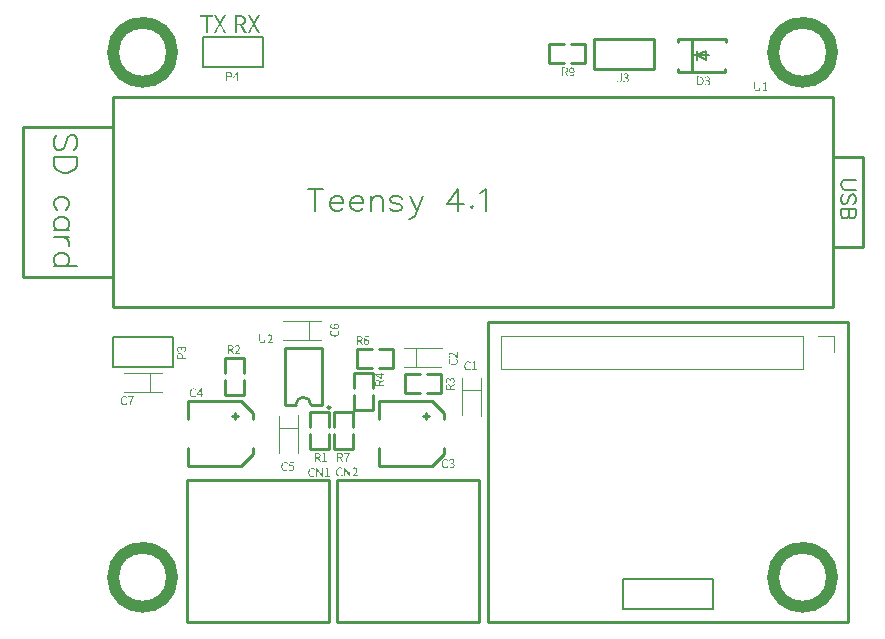
<source format=gto>
G04 Layer: TopSilkLayer*
G04 EasyEDA v6.4.19.5, 2021-06-08T16:18:50+02:00*
G04 4e34ef463dd44b9695d7138247dbe7fd,563db0ff5b334ec4995e7372edb549dc,10*
G04 Gerber Generator version 0.2*
G04 Scale: 100 percent, Rotated: No, Reflected: No *
G04 Dimensions in millimeters *
G04 leading zeros omitted , absolute positions ,4 integer and 5 decimal *
%FSLAX45Y45*%
%MOMM*%

%ADD10C,0.2540*%
%ADD30C,0.2032*%
%ADD31C,0.2030*%
%ADD32C,0.0800*%
%ADD33C,0.1270*%
%ADD34C,0.1200*%
%ADD35C,1.0000*%

%LPD*%
G36*
X4066540Y13267944D02*
G01*
X4107179Y13195807D01*
X4063746Y13119100D01*
X4081272Y13119100D01*
X4103878Y13160501D01*
X4116070Y13184632D01*
X4116832Y13184632D01*
X4129786Y13160501D01*
X4152646Y13119100D01*
X4171187Y13119100D01*
X4127500Y13195046D01*
X4168140Y13267944D01*
X4150868Y13267944D01*
X4126992Y13223392D01*
X4119118Y13206984D01*
X4118101Y13206984D01*
X4111853Y13218413D01*
X4106164Y13228319D01*
X4085082Y13267944D01*
G37*
G36*
X3954272Y13267944D02*
G01*
X3954272Y13254228D01*
X3997198Y13254228D01*
X4005630Y13253872D01*
X4013047Y13252754D01*
X4019448Y13250824D01*
X4024680Y13248030D01*
X4028846Y13244220D01*
X4031843Y13239445D01*
X4033672Y13233552D01*
X4034282Y13226542D01*
X4033672Y13219582D01*
X4031843Y13213588D01*
X4028846Y13208507D01*
X4024680Y13204393D01*
X4019448Y13201192D01*
X4013047Y13198906D01*
X4005630Y13197535D01*
X3997198Y13197078D01*
X3971036Y13197078D01*
X3971036Y13254228D01*
X3954272Y13254228D01*
X3954272Y13119100D01*
X3971036Y13119100D01*
X3971036Y13183362D01*
X3998976Y13183362D01*
X4036060Y13119100D01*
X4055110Y13119100D01*
X4016756Y13184886D01*
X4021836Y13186257D01*
X4026560Y13188035D01*
X4030929Y13190169D01*
X4034993Y13192658D01*
X4038600Y13195503D01*
X4041851Y13198754D01*
X4044645Y13202412D01*
X4046982Y13206425D01*
X4048810Y13210844D01*
X4050182Y13215670D01*
X4050995Y13220903D01*
X4051300Y13226542D01*
X4050842Y13233755D01*
X4049572Y13240207D01*
X4047490Y13245846D01*
X4044645Y13250824D01*
X4041089Y13255091D01*
X4036872Y13258647D01*
X4031996Y13261644D01*
X4026560Y13263981D01*
X4020565Y13265759D01*
X4014063Y13266978D01*
X4007104Y13267690D01*
X3999737Y13267944D01*
G37*
G36*
X3780028Y13267944D02*
G01*
X3820922Y13195807D01*
X3777487Y13119100D01*
X3795014Y13119100D01*
X3817620Y13160501D01*
X3829812Y13184632D01*
X3830574Y13184632D01*
X3843528Y13160501D01*
X3866387Y13119100D01*
X3884676Y13119100D01*
X3840987Y13195046D01*
X3881882Y13267944D01*
X3864356Y13267944D01*
X3840734Y13223392D01*
X3832860Y13206984D01*
X3831844Y13206984D01*
X3825595Y13218413D01*
X3819906Y13228319D01*
X3798824Y13267944D01*
G37*
G36*
X3664204Y13267944D02*
G01*
X3664204Y13253719D01*
X3709415Y13253719D01*
X3709415Y13119100D01*
X3726434Y13119100D01*
X3726434Y13253719D01*
X3771900Y13253719D01*
X3771900Y13267944D01*
G37*
G36*
X3970528Y12787122D02*
G01*
X3939860Y12740132D01*
X3947922Y12740132D01*
X3965956Y12766548D01*
X3971798Y12777470D01*
X3972306Y12777470D01*
X3971544Y12764262D01*
X3971544Y12740132D01*
X3939860Y12740132D01*
X3939032Y12738862D01*
X3939032Y12733528D01*
X3971544Y12733528D01*
X3971544Y12712700D01*
X3979418Y12712700D01*
X3979418Y12733528D01*
X3989578Y12733528D01*
X3989578Y12740132D01*
X3979418Y12740132D01*
X3979418Y12787122D01*
G37*
G36*
X3883914Y12787122D02*
G01*
X3883914Y12780264D01*
X3903218Y12780264D01*
X3912209Y12779552D01*
X3918661Y12777063D01*
X3922522Y12772542D01*
X3923792Y12765532D01*
X3922572Y12758369D01*
X3918813Y12753492D01*
X3912565Y12750647D01*
X3903726Y12749784D01*
X3892296Y12749784D01*
X3892296Y12780264D01*
X3883914Y12780264D01*
X3883914Y12712700D01*
X3892296Y12712700D01*
X3892296Y12742672D01*
X3904996Y12742672D01*
X3910837Y12743027D01*
X3916121Y12744043D01*
X3920744Y12745821D01*
X3924655Y12748310D01*
X3927856Y12751511D01*
X3930192Y12755422D01*
X3931665Y12760096D01*
X3932174Y12765532D01*
X3931665Y12771069D01*
X3930192Y12775641D01*
X3927856Y12779400D01*
X3924604Y12782346D01*
X3920591Y12784531D01*
X3915867Y12786004D01*
X3910482Y12786868D01*
X3904487Y12787122D01*
G37*
G36*
X5792978Y9511792D02*
G01*
X5787034Y9511131D01*
X5781649Y9509302D01*
X5776772Y9506559D01*
X5772404Y9503156D01*
X5776976Y9497568D01*
X5780379Y9500565D01*
X5784189Y9502902D01*
X5788304Y9504476D01*
X5792724Y9505188D01*
X5798159Y9504172D01*
X5802223Y9501632D01*
X5804814Y9497771D01*
X5805678Y9492742D01*
X5804611Y9486900D01*
X5801055Y9482226D01*
X5794654Y9479127D01*
X5784850Y9478010D01*
X5784850Y9471660D01*
X5795822Y9470542D01*
X5803138Y9467342D01*
X5807202Y9462465D01*
X5808472Y9456166D01*
X5807303Y9450171D01*
X5804052Y9445599D01*
X5799023Y9442704D01*
X5792724Y9441688D01*
X5786780Y9442399D01*
X5781802Y9444278D01*
X5777585Y9447022D01*
X5773928Y9450324D01*
X5769864Y9444990D01*
X5773826Y9441129D01*
X5778957Y9437928D01*
X5785408Y9435642D01*
X5793232Y9434830D01*
X5798007Y9435185D01*
X5802477Y9436252D01*
X5806440Y9438030D01*
X5809894Y9440418D01*
X5812688Y9443415D01*
X5814822Y9447022D01*
X5816142Y9451238D01*
X5816600Y9455912D01*
X5815330Y9462871D01*
X5811977Y9468459D01*
X5806948Y9472574D01*
X5800852Y9474962D01*
X5800852Y9475216D01*
X5806236Y9478060D01*
X5810402Y9481972D01*
X5813094Y9487103D01*
X5814060Y9493504D01*
X5812485Y9501276D01*
X5808065Y9507016D01*
X5801410Y9510572D01*
G37*
G36*
X5740908Y9511792D02*
G01*
X5734100Y9511131D01*
X5727903Y9509099D01*
X5722366Y9505848D01*
X5717590Y9501428D01*
X5713730Y9495891D01*
X5710834Y9489287D01*
X5709005Y9481718D01*
X5708396Y9473184D01*
X5709005Y9464700D01*
X5710783Y9457131D01*
X5713628Y9450578D01*
X5717438Y9445040D01*
X5722112Y9440672D01*
X5727598Y9437471D01*
X5733694Y9435490D01*
X5740400Y9434830D01*
X5747207Y9435541D01*
X5753150Y9437573D01*
X5758383Y9440926D01*
X5763006Y9445498D01*
X5758180Y9450832D01*
X5754420Y9447123D01*
X5750356Y9444431D01*
X5745835Y9442754D01*
X5740654Y9442196D01*
X5735472Y9442754D01*
X5730849Y9444380D01*
X5726836Y9447072D01*
X5723432Y9450679D01*
X5720689Y9455200D01*
X5718708Y9460534D01*
X5717438Y9466630D01*
X5717032Y9473438D01*
X5717489Y9480245D01*
X5718708Y9486341D01*
X5720791Y9491624D01*
X5723534Y9496094D01*
X5726988Y9499650D01*
X5731052Y9502241D01*
X5735726Y9503867D01*
X5740908Y9504426D01*
X5745581Y9503918D01*
X5749696Y9502495D01*
X5753303Y9500260D01*
X5756402Y9497314D01*
X5761228Y9502648D01*
X5757519Y9506102D01*
X5752896Y9509048D01*
X5747308Y9511030D01*
G37*
G36*
X3607308Y10108692D02*
G01*
X3600500Y10108031D01*
X3594303Y10105999D01*
X3588765Y10102748D01*
X3583990Y10098328D01*
X3580129Y10092791D01*
X3577234Y10086187D01*
X3575405Y10078618D01*
X3574796Y10070084D01*
X3575405Y10061600D01*
X3577183Y10054031D01*
X3580028Y10047478D01*
X3583838Y10041940D01*
X3588512Y10037572D01*
X3593998Y10034371D01*
X3600094Y10032390D01*
X3606800Y10031730D01*
X3613607Y10032441D01*
X3619550Y10034473D01*
X3624783Y10037826D01*
X3629406Y10042398D01*
X3624579Y10047732D01*
X3620820Y10044023D01*
X3616756Y10041331D01*
X3612235Y10039654D01*
X3607054Y10039096D01*
X3601872Y10039654D01*
X3597249Y10041280D01*
X3593236Y10043972D01*
X3589832Y10047579D01*
X3587089Y10052100D01*
X3585108Y10057434D01*
X3583838Y10063530D01*
X3583432Y10070338D01*
X3583889Y10077145D01*
X3585108Y10083241D01*
X3587191Y10088524D01*
X3589934Y10092994D01*
X3593388Y10096550D01*
X3597452Y10099141D01*
X3602126Y10100767D01*
X3607308Y10101326D01*
X3611981Y10100818D01*
X3616096Y10099395D01*
X3619703Y10097160D01*
X3622801Y10094214D01*
X3627628Y10099548D01*
X3623919Y10103002D01*
X3619296Y10105948D01*
X3613708Y10107930D01*
G37*
G36*
X3666744Y10107422D02*
G01*
X3635829Y10060432D01*
X3643884Y10060432D01*
X3661918Y10086848D01*
X3667760Y10097770D01*
X3668268Y10097770D01*
X3667760Y10084562D01*
X3667760Y10060432D01*
X3635829Y10060432D01*
X3634994Y10059162D01*
X3634994Y10053828D01*
X3667760Y10053828D01*
X3667760Y10033000D01*
X3675379Y10033000D01*
X3675379Y10053828D01*
X3685540Y10053828D01*
X3685540Y10060432D01*
X3675379Y10060432D01*
X3675379Y10107422D01*
G37*
G36*
X4610608Y9435592D02*
G01*
X4603800Y9434931D01*
X4597603Y9432899D01*
X4592066Y9429648D01*
X4587290Y9425228D01*
X4583430Y9419691D01*
X4580534Y9413087D01*
X4578705Y9405518D01*
X4578096Y9396984D01*
X4578705Y9388500D01*
X4580483Y9380931D01*
X4583328Y9374378D01*
X4587138Y9368840D01*
X4591812Y9364472D01*
X4597298Y9361271D01*
X4603394Y9359290D01*
X4610100Y9358630D01*
X4616907Y9359341D01*
X4622850Y9361373D01*
X4628083Y9364726D01*
X4632706Y9369298D01*
X4627880Y9374632D01*
X4624120Y9370923D01*
X4620056Y9368231D01*
X4615535Y9366554D01*
X4610354Y9365996D01*
X4605172Y9366554D01*
X4600549Y9368180D01*
X4596536Y9370872D01*
X4593132Y9374479D01*
X4590389Y9379000D01*
X4588408Y9384334D01*
X4587138Y9390430D01*
X4586732Y9397238D01*
X4587189Y9404045D01*
X4588408Y9410141D01*
X4590491Y9415424D01*
X4593234Y9419894D01*
X4596688Y9423450D01*
X4600752Y9426041D01*
X4605426Y9427667D01*
X4610608Y9428226D01*
X4615281Y9427718D01*
X4619396Y9426295D01*
X4623003Y9424060D01*
X4626102Y9421114D01*
X4630928Y9426448D01*
X4627219Y9429902D01*
X4622596Y9432848D01*
X4617008Y9434830D01*
G37*
G36*
X4737100Y9434322D02*
G01*
X4733950Y9432696D01*
X4730445Y9431324D01*
X4726432Y9430156D01*
X4721860Y9429242D01*
X4721860Y9423908D01*
X4735068Y9423908D01*
X4735068Y9366758D01*
X4718304Y9366758D01*
X4718304Y9359900D01*
X4758436Y9359900D01*
X4758436Y9366758D01*
X4743196Y9366758D01*
X4743196Y9434322D01*
G37*
G36*
X4646676Y9434322D02*
G01*
X4646676Y9359900D01*
X4654804Y9359900D01*
X4654702Y9406382D01*
X4653788Y9423400D01*
X4654296Y9423400D01*
X4662424Y9408160D01*
X4690364Y9359900D01*
X4699000Y9359900D01*
X4699000Y9434322D01*
X4690872Y9434322D01*
X4690872Y9393936D01*
X4691329Y9382302D01*
X4692142Y9370822D01*
X4691634Y9370822D01*
X4683506Y9386062D01*
X4655312Y9434322D01*
G37*
G36*
X4971288Y9439402D02*
G01*
X4964887Y9438640D01*
X4959248Y9436404D01*
X4954270Y9432950D01*
X4949698Y9428480D01*
X4954524Y9423908D01*
X4957978Y9427311D01*
X4961737Y9430156D01*
X4965852Y9432086D01*
X4970272Y9432798D01*
X4976571Y9431629D01*
X4981041Y9428378D01*
X4983632Y9423450D01*
X4984496Y9417304D01*
X4983988Y9412325D01*
X4982464Y9407144D01*
X4979873Y9401708D01*
X4976215Y9395917D01*
X4971440Y9389770D01*
X4965547Y9383217D01*
X4958486Y9376257D01*
X4950206Y9368790D01*
X4950206Y9363710D01*
X4996180Y9363710D01*
X4996180Y9370822D01*
X4971897Y9370771D01*
X4962652Y9370314D01*
X4969205Y9376613D01*
X4975047Y9382760D01*
X4980178Y9388805D01*
X4984496Y9394698D01*
X4987950Y9400489D01*
X4990541Y9406229D01*
X4992116Y9411919D01*
X4992624Y9417558D01*
X4992268Y9422282D01*
X4991150Y9426549D01*
X4989372Y9430258D01*
X4986934Y9433458D01*
X4983835Y9435947D01*
X4980228Y9437827D01*
X4976012Y9438995D01*
G37*
G36*
X4846828Y9439402D02*
G01*
X4840071Y9438741D01*
X4833823Y9436709D01*
X4828286Y9433458D01*
X4823561Y9429038D01*
X4819650Y9423501D01*
X4816754Y9416897D01*
X4814976Y9409328D01*
X4814316Y9400794D01*
X4814925Y9392310D01*
X4816703Y9384741D01*
X4819548Y9378188D01*
X4823358Y9372650D01*
X4828082Y9368282D01*
X4833518Y9365081D01*
X4839614Y9363100D01*
X4846320Y9362440D01*
X4853127Y9363151D01*
X4859070Y9365183D01*
X4864303Y9368536D01*
X4868926Y9373108D01*
X4864100Y9378442D01*
X4860391Y9374733D01*
X4856276Y9372041D01*
X4851755Y9370364D01*
X4846574Y9369806D01*
X4841392Y9370364D01*
X4836769Y9371990D01*
X4832756Y9374682D01*
X4829352Y9378289D01*
X4826609Y9382810D01*
X4824628Y9388144D01*
X4823409Y9394240D01*
X4822952Y9401048D01*
X4823409Y9407855D01*
X4824679Y9413951D01*
X4826711Y9419234D01*
X4829454Y9423704D01*
X4832908Y9427260D01*
X4837023Y9429851D01*
X4841646Y9431477D01*
X4846828Y9432036D01*
X4851501Y9431528D01*
X4855616Y9430105D01*
X4859223Y9427870D01*
X4862322Y9424924D01*
X4867148Y9430258D01*
X4863439Y9433712D01*
X4858816Y9436658D01*
X4853279Y9438640D01*
G37*
G36*
X4882896Y9438132D02*
G01*
X4882896Y9363710D01*
X4891024Y9363710D01*
X4890922Y9410192D01*
X4890008Y9427210D01*
X4890516Y9427210D01*
X4898644Y9411970D01*
X4926584Y9363710D01*
X4935220Y9363710D01*
X4935220Y9438132D01*
X4927092Y9438132D01*
X4927092Y9397746D01*
X4927549Y9386112D01*
X4928362Y9374632D01*
X4927854Y9374632D01*
X4919726Y9389872D01*
X4891532Y9438132D01*
G37*
G36*
X3023108Y10045192D02*
G01*
X3016300Y10044531D01*
X3010103Y10042499D01*
X3004566Y10039248D01*
X2999790Y10034828D01*
X2995930Y10029291D01*
X2993034Y10022687D01*
X2991205Y10015118D01*
X2990596Y10006584D01*
X2991205Y9998100D01*
X2992983Y9990531D01*
X2995828Y9983978D01*
X2999638Y9978440D01*
X3004312Y9974072D01*
X3009798Y9970871D01*
X3015894Y9968890D01*
X3022600Y9968230D01*
X3029407Y9968941D01*
X3035350Y9970973D01*
X3040583Y9974326D01*
X3045206Y9978898D01*
X3040380Y9984232D01*
X3036620Y9980523D01*
X3032556Y9977831D01*
X3028035Y9976154D01*
X3022854Y9975596D01*
X3017672Y9976154D01*
X3013049Y9977780D01*
X3009036Y9980472D01*
X3005632Y9984079D01*
X3002889Y9988600D01*
X3000908Y9993934D01*
X2999638Y10000030D01*
X2999232Y10006838D01*
X2999689Y10013645D01*
X3000908Y10019741D01*
X3002991Y10025024D01*
X3005734Y10029494D01*
X3009188Y10033050D01*
X3013252Y10035641D01*
X3017926Y10037267D01*
X3023108Y10037826D01*
X3027781Y10037318D01*
X3031896Y10035895D01*
X3035503Y10033660D01*
X3038602Y10030714D01*
X3043428Y10036048D01*
X3039719Y10039502D01*
X3035096Y10042448D01*
X3029508Y10044430D01*
G37*
G36*
X3053842Y10043922D02*
G01*
X3053842Y10036810D01*
X3090418Y10036810D01*
X3086912Y10031780D01*
X3083814Y10026751D01*
X3081070Y10021773D01*
X3078632Y10016693D01*
X3076549Y10011562D01*
X3074720Y10006279D01*
X3071977Y9995204D01*
X3070961Y9989261D01*
X3069691Y9976459D01*
X3069336Y9969500D01*
X3077972Y9969500D01*
X3078734Y9983114D01*
X3079343Y9989362D01*
X3081274Y10001046D01*
X3082696Y10006533D01*
X3084474Y10011918D01*
X3086608Y10017252D01*
X3089148Y10022535D01*
X3092196Y10027869D01*
X3095701Y10033304D01*
X3099816Y10038842D01*
X3099816Y10043922D01*
G37*
G36*
X7957058Y12750292D02*
G01*
X7950962Y12749631D01*
X7945628Y12747802D01*
X7940852Y12745059D01*
X7936484Y12741656D01*
X7941056Y12736068D01*
X7944358Y12739065D01*
X7948168Y12741402D01*
X7952333Y12742976D01*
X7956803Y12743688D01*
X7962138Y12742672D01*
X7966252Y12740132D01*
X7968843Y12736271D01*
X7969758Y12731242D01*
X7968691Y12725400D01*
X7965135Y12720726D01*
X7958632Y12717627D01*
X7948675Y12716510D01*
X7948675Y12710160D01*
X7959648Y12709042D01*
X7966964Y12705842D01*
X7971028Y12700965D01*
X7972298Y12694666D01*
X7971180Y12688671D01*
X7967980Y12684099D01*
X7963103Y12681204D01*
X7956803Y12680188D01*
X7950708Y12680899D01*
X7945678Y12682778D01*
X7941513Y12685522D01*
X7938008Y12688824D01*
X7933690Y12683490D01*
X7937753Y12679629D01*
X7942935Y12676428D01*
X7949387Y12674142D01*
X7957312Y12673330D01*
X7962036Y12673685D01*
X7966405Y12674752D01*
X7970418Y12676530D01*
X7973872Y12678918D01*
X7976717Y12681915D01*
X7978851Y12685522D01*
X7980222Y12689738D01*
X7980680Y12694412D01*
X7979409Y12701371D01*
X7976057Y12706959D01*
X7971028Y12711074D01*
X7964931Y12713462D01*
X7964931Y12713716D01*
X7970316Y12716560D01*
X7974482Y12720472D01*
X7977174Y12725603D01*
X7978140Y12732004D01*
X7976565Y12739776D01*
X7972145Y12745516D01*
X7965490Y12749072D01*
G37*
G36*
X7871714Y12749022D02*
G01*
X7871714Y12742164D01*
X7889240Y12742164D01*
X7895590Y12741656D01*
X7901076Y12740132D01*
X7905699Y12737642D01*
X7909458Y12734239D01*
X7912404Y12729921D01*
X7914487Y12724790D01*
X7915757Y12718897D01*
X7916164Y12712192D01*
X7915757Y12705384D01*
X7914487Y12699339D01*
X7912404Y12694107D01*
X7909458Y12689687D01*
X7905699Y12686182D01*
X7901076Y12683591D01*
X7895590Y12682016D01*
X7889240Y12681458D01*
X7880096Y12681458D01*
X7880096Y12742164D01*
X7871714Y12742164D01*
X7871714Y12674600D01*
X7890256Y12674600D01*
X7895691Y12674904D01*
X7900670Y12675768D01*
X7905191Y12677190D01*
X7909255Y12679172D01*
X7912862Y12681661D01*
X7916011Y12684658D01*
X7918653Y12688112D01*
X7920888Y12692075D01*
X7922564Y12696444D01*
X7923834Y12701270D01*
X7924546Y12706553D01*
X7924800Y12712192D01*
X7924546Y12717830D01*
X7923834Y12723012D01*
X7922564Y12727787D01*
X7920837Y12732105D01*
X7918653Y12735966D01*
X7915960Y12739370D01*
X7912811Y12742265D01*
X7909204Y12744653D01*
X7905089Y12746532D01*
X7900517Y12747904D01*
X7895488Y12748768D01*
X7890002Y12749022D01*
G37*
G36*
X7268464Y12775692D02*
G01*
X7262368Y12775031D01*
X7256932Y12773202D01*
X7252157Y12770459D01*
X7247890Y12767056D01*
X7252462Y12761468D01*
X7255764Y12764465D01*
X7259421Y12766802D01*
X7263536Y12768376D01*
X7267956Y12769088D01*
X7273442Y12768072D01*
X7277608Y12765532D01*
X7280249Y12761671D01*
X7281164Y12756642D01*
X7280046Y12750800D01*
X7276439Y12746126D01*
X7269937Y12743027D01*
X7260081Y12741910D01*
X7260081Y12735560D01*
X7271054Y12734442D01*
X7278370Y12731242D01*
X7282434Y12726365D01*
X7283703Y12720066D01*
X7282535Y12714071D01*
X7279284Y12709499D01*
X7274356Y12706604D01*
X7268209Y12705588D01*
X7262114Y12706299D01*
X7257084Y12708178D01*
X7252919Y12710922D01*
X7249414Y12714224D01*
X7245096Y12708890D01*
X7249159Y12705029D01*
X7254341Y12701828D01*
X7260793Y12699542D01*
X7268718Y12698730D01*
X7273442Y12699085D01*
X7277811Y12700152D01*
X7281824Y12701930D01*
X7285278Y12704318D01*
X7288123Y12707315D01*
X7290257Y12710922D01*
X7291628Y12715138D01*
X7292086Y12719812D01*
X7290816Y12726771D01*
X7287412Y12732359D01*
X7282332Y12736474D01*
X7276084Y12738862D01*
X7276084Y12739116D01*
X7281621Y12741960D01*
X7285837Y12745872D01*
X7288580Y12751003D01*
X7289546Y12757404D01*
X7287971Y12765176D01*
X7283602Y12770916D01*
X7276896Y12774472D01*
G37*
G36*
X7223506Y12774422D02*
G01*
X7223506Y12722352D01*
X7222744Y12714884D01*
X7220458Y12709855D01*
X7216648Y12707010D01*
X7211314Y12706096D01*
X7207351Y12706553D01*
X7203846Y12707975D01*
X7200798Y12710617D01*
X7198106Y12714478D01*
X7192009Y12710160D01*
X7195667Y12705181D01*
X7200239Y12701574D01*
X7205675Y12699441D01*
X7212075Y12698730D01*
X7217003Y12699187D01*
X7221169Y12700508D01*
X7224572Y12702590D01*
X7227316Y12705384D01*
X7229348Y12708737D01*
X7230770Y12712547D01*
X7231634Y12716814D01*
X7231888Y12721336D01*
X7231888Y12774422D01*
G37*
G36*
X3523487Y10464038D02*
G01*
X3516528Y10462768D01*
X3510940Y10459415D01*
X3506825Y10454386D01*
X3504437Y10448290D01*
X3504184Y10448290D01*
X3501339Y10453674D01*
X3497427Y10457840D01*
X3492296Y10460532D01*
X3485896Y10461498D01*
X3478123Y10459923D01*
X3472383Y10455554D01*
X3468827Y10448848D01*
X3467608Y10440416D01*
X3468268Y10434320D01*
X3470097Y10428986D01*
X3472840Y10424210D01*
X3476244Y10419842D01*
X3481832Y10424414D01*
X3478834Y10427817D01*
X3476498Y10431627D01*
X3474923Y10435742D01*
X3474212Y10440162D01*
X3475228Y10445496D01*
X3477768Y10449610D01*
X3481628Y10452201D01*
X3486658Y10453116D01*
X3492500Y10452049D01*
X3497173Y10448493D01*
X3500272Y10442092D01*
X3501390Y10432288D01*
X3507740Y10432288D01*
X3508857Y10443210D01*
X3512058Y10450423D01*
X3516934Y10454436D01*
X3523234Y10455656D01*
X3529228Y10454538D01*
X3533800Y10451338D01*
X3536696Y10446461D01*
X3537712Y10440162D01*
X3537000Y10434066D01*
X3535121Y10429036D01*
X3532378Y10424871D01*
X3529076Y10421366D01*
X3534410Y10417048D01*
X3538270Y10421162D01*
X3541471Y10426395D01*
X3543757Y10432846D01*
X3544570Y10440670D01*
X3544214Y10445394D01*
X3543147Y10449763D01*
X3541369Y10453776D01*
X3538982Y10457230D01*
X3535984Y10460075D01*
X3532378Y10462209D01*
X3528161Y10463580D01*
G37*
G36*
X3490468Y10409174D02*
G01*
X3484930Y10408666D01*
X3480358Y10407192D01*
X3476599Y10404856D01*
X3473653Y10401604D01*
X3471468Y10397591D01*
X3469995Y10392867D01*
X3469132Y10387482D01*
X3468878Y10381488D01*
X3468878Y10369296D01*
X3475736Y10369296D01*
X3475736Y10380218D01*
X3476447Y10389209D01*
X3478936Y10395661D01*
X3483457Y10399522D01*
X3490468Y10400792D01*
X3497630Y10399572D01*
X3502507Y10395813D01*
X3505352Y10389565D01*
X3506215Y10380726D01*
X3506215Y10369296D01*
X3468878Y10369296D01*
X3468878Y10360914D01*
X3543300Y10360914D01*
X3543300Y10369296D01*
X3513328Y10369296D01*
X3513328Y10381996D01*
X3512972Y10387838D01*
X3511956Y10393121D01*
X3510178Y10397744D01*
X3507689Y10401655D01*
X3504488Y10404856D01*
X3500577Y10407192D01*
X3495903Y10408666D01*
G37*
G36*
X6807453Y12826492D02*
G01*
X6803288Y12826034D01*
X6799376Y12824764D01*
X6795820Y12822682D01*
X6792772Y12819888D01*
X6790181Y12816433D01*
X6788251Y12812369D01*
X6787032Y12807746D01*
X6786625Y12802616D01*
X6794500Y12802616D01*
X6795465Y12809626D01*
X6798208Y12815062D01*
X6802323Y12818618D01*
X6807453Y12819888D01*
X6814261Y12818313D01*
X6819341Y12813588D01*
X6822694Y12805968D01*
X6824218Y12795504D01*
X6820408Y12790932D01*
X6816293Y12787731D01*
X6812178Y12785953D01*
X6808216Y12785344D01*
X6802221Y12786563D01*
X6797954Y12790068D01*
X6795363Y12795504D01*
X6794500Y12802616D01*
X6786625Y12802616D01*
X6786981Y12797180D01*
X6788048Y12792405D01*
X6789775Y12788392D01*
X6792112Y12785140D01*
X6795058Y12782550D01*
X6798513Y12780721D01*
X6802475Y12779603D01*
X6806946Y12779248D01*
X6811670Y12779908D01*
X6816293Y12781737D01*
X6820611Y12784734D01*
X6824472Y12788646D01*
X6823811Y12780314D01*
X6822541Y12773406D01*
X6820662Y12767818D01*
X6818223Y12763449D01*
X6815429Y12760248D01*
X6812280Y12758013D01*
X6808825Y12756794D01*
X6805168Y12756388D01*
X6801612Y12756743D01*
X6798259Y12757861D01*
X6795262Y12759690D01*
X6792722Y12762230D01*
X6787896Y12756896D01*
X6791248Y12753898D01*
X6795211Y12751612D01*
X6799935Y12750088D01*
X6805422Y12749530D01*
X6810603Y12750088D01*
X6815480Y12751816D01*
X6820001Y12754762D01*
X6824014Y12759029D01*
X6827316Y12764770D01*
X6829907Y12772034D01*
X6831533Y12780873D01*
X6832092Y12791440D01*
X6831634Y12799669D01*
X6830263Y12806781D01*
X6828129Y12812776D01*
X6825183Y12817703D01*
X6821627Y12821564D01*
X6817410Y12824307D01*
X6812686Y12825933D01*
G37*
G36*
X6728714Y12825222D02*
G01*
X6728714Y12818364D01*
X6750050Y12818364D01*
X6757974Y12817652D01*
X6763816Y12815316D01*
X6767372Y12811099D01*
X6768592Y12804648D01*
X6767372Y12798044D01*
X6763816Y12793472D01*
X6757974Y12790779D01*
X6750050Y12789916D01*
X6737096Y12789916D01*
X6737096Y12818364D01*
X6728714Y12818364D01*
X6728714Y12750800D01*
X6737096Y12750800D01*
X6737096Y12782804D01*
X6751066Y12782804D01*
X6769608Y12750800D01*
X6779006Y12750800D01*
X6759956Y12783820D01*
X6767068Y12786410D01*
X6772503Y12790728D01*
X6776008Y12796774D01*
X6777228Y12804648D01*
X6776720Y12809931D01*
X6775297Y12814300D01*
X6773062Y12817856D01*
X6769963Y12820650D01*
X6766204Y12822732D01*
X6761784Y12824155D01*
X6756806Y12824968D01*
X6751320Y12825222D01*
G37*
G36*
X8444230Y12698222D02*
G01*
X8441182Y12696596D01*
X8437676Y12695224D01*
X8433714Y12694056D01*
X8429244Y12693142D01*
X8429244Y12687808D01*
X8442452Y12687808D01*
X8442452Y12630658D01*
X8425688Y12630658D01*
X8425688Y12623800D01*
X8465820Y12623800D01*
X8465820Y12630658D01*
X8450580Y12630658D01*
X8450580Y12698222D01*
G37*
G36*
X8354059Y12698222D02*
G01*
X8354059Y12654026D01*
X8354568Y12645898D01*
X8356092Y12639141D01*
X8358530Y12633655D01*
X8361730Y12629438D01*
X8365591Y12626289D01*
X8370011Y12624104D01*
X8374938Y12622936D01*
X8380222Y12622530D01*
X8385606Y12622936D01*
X8390585Y12624104D01*
X8395055Y12626289D01*
X8398967Y12629438D01*
X8402167Y12633655D01*
X8404606Y12639141D01*
X8406130Y12645898D01*
X8406638Y12654026D01*
X8406638Y12698222D01*
X8398510Y12698222D01*
X8398510Y12653772D01*
X8398154Y12647472D01*
X8397087Y12642342D01*
X8395411Y12638176D01*
X8393176Y12634976D01*
X8390483Y12632639D01*
X8387384Y12631064D01*
X8383930Y12630150D01*
X8380222Y12629896D01*
X8373262Y12631064D01*
X8367623Y12634976D01*
X8363813Y12642342D01*
X8362442Y12653772D01*
X8362442Y12698222D01*
G37*
G36*
X4714240Y9561322D02*
G01*
X4711090Y9559696D01*
X4707585Y9558324D01*
X4703572Y9557156D01*
X4699000Y9556242D01*
X4699000Y9550908D01*
X4712208Y9550908D01*
X4712208Y9493758D01*
X4695444Y9493758D01*
X4695444Y9486900D01*
X4735576Y9486900D01*
X4735576Y9493758D01*
X4720336Y9493758D01*
X4720336Y9561322D01*
G37*
G36*
X4633214Y9561322D02*
G01*
X4633214Y9554464D01*
X4654550Y9554464D01*
X4662474Y9553752D01*
X4668316Y9551416D01*
X4671872Y9547199D01*
X4673092Y9540748D01*
X4671872Y9534144D01*
X4668316Y9529572D01*
X4662474Y9526879D01*
X4654550Y9526016D01*
X4641596Y9526016D01*
X4641596Y9554464D01*
X4633214Y9554464D01*
X4633214Y9486900D01*
X4641596Y9486900D01*
X4641596Y9518904D01*
X4655566Y9518904D01*
X4674108Y9486900D01*
X4683506Y9486900D01*
X4664456Y9519920D01*
X4671568Y9522510D01*
X4677003Y9526828D01*
X4680508Y9532874D01*
X4681728Y9540748D01*
X4681220Y9546031D01*
X4679797Y9550400D01*
X4677562Y9553956D01*
X4674463Y9556750D01*
X4670704Y9558832D01*
X4666284Y9560255D01*
X4661306Y9561068D01*
X4655820Y9561322D01*
G37*
G36*
X5192268Y10238232D02*
G01*
X5192268Y10228072D01*
X5145278Y10228072D01*
X5145278Y10220706D01*
X5154930Y10220706D01*
X5168138Y10220198D01*
X5192268Y10220198D01*
X5192268Y10196322D01*
X5165852Y10214356D01*
X5154930Y10220198D01*
X5154930Y10220706D01*
X5145278Y10220706D01*
X5145278Y10219182D01*
X5193538Y10187432D01*
X5198872Y10187432D01*
X5198872Y10220198D01*
X5219700Y10220198D01*
X5219700Y10228072D01*
X5198872Y10228072D01*
X5198872Y10238232D01*
G37*
G36*
X5219700Y10182606D02*
G01*
X5186680Y10163556D01*
X5184089Y10170668D01*
X5179771Y10176103D01*
X5173726Y10179608D01*
X5165852Y10180828D01*
X5160568Y10180320D01*
X5156200Y10178897D01*
X5152644Y10176662D01*
X5149850Y10173614D01*
X5147767Y10169804D01*
X5146344Y10165384D01*
X5145532Y10160406D01*
X5145278Y10154920D01*
X5145278Y10140696D01*
X5152136Y10140696D01*
X5152136Y10153650D01*
X5152847Y10161574D01*
X5155184Y10167416D01*
X5159400Y10170972D01*
X5165852Y10172192D01*
X5172456Y10170972D01*
X5177028Y10167416D01*
X5179720Y10161574D01*
X5180584Y10153650D01*
X5180584Y10140696D01*
X5145278Y10140696D01*
X5145278Y10132314D01*
X5219700Y10132314D01*
X5219700Y10140696D01*
X5187696Y10140696D01*
X5187696Y10154666D01*
X5219700Y10173208D01*
G37*
G36*
X5075174Y10553192D02*
G01*
X5069941Y10552684D01*
X5064912Y10551007D01*
X5060340Y10548162D01*
X5056225Y10544048D01*
X5052822Y10538510D01*
X5050231Y10531551D01*
X5048605Y10523016D01*
X5047996Y10512806D01*
X5048283Y10507472D01*
X5055870Y10507472D01*
X5059781Y10512044D01*
X5063845Y10515092D01*
X5067858Y10516819D01*
X5071618Y10517378D01*
X5077764Y10516158D01*
X5082133Y10512704D01*
X5084724Y10507319D01*
X5085588Y10500360D01*
X5084572Y10493248D01*
X5081828Y10487710D01*
X5077663Y10484104D01*
X5072380Y10482834D01*
X5065877Y10484459D01*
X5060899Y10489234D01*
X5057495Y10496956D01*
X5055870Y10507472D01*
X5048283Y10507472D01*
X5048453Y10504322D01*
X5049824Y10496905D01*
X5051958Y10490606D01*
X5054854Y10485475D01*
X5058410Y10481462D01*
X5062575Y10478566D01*
X5067249Y10476788D01*
X5072380Y10476230D01*
X5076545Y10476687D01*
X5080508Y10477957D01*
X5084064Y10480040D01*
X5087213Y10482884D01*
X5089804Y10486339D01*
X5091785Y10490504D01*
X5093004Y10495178D01*
X5093462Y10500360D01*
X5093106Y10505744D01*
X5092039Y10510418D01*
X5090312Y10514380D01*
X5087924Y10517632D01*
X5084978Y10520172D01*
X5081473Y10522000D01*
X5077409Y10523118D01*
X5072888Y10523474D01*
X5068316Y10522864D01*
X5063794Y10521137D01*
X5059476Y10518343D01*
X5055616Y10514584D01*
X5056174Y10522712D01*
X5057444Y10529519D01*
X5059375Y10535005D01*
X5061813Y10539323D01*
X5064709Y10542524D01*
X5068011Y10544708D01*
X5071618Y10545927D01*
X5075428Y10546334D01*
X5078780Y10545927D01*
X5081981Y10544759D01*
X5084876Y10542879D01*
X5087366Y10540492D01*
X5092192Y10545826D01*
X5088839Y10548823D01*
X5084927Y10551109D01*
X5080355Y10552633D01*
G37*
G36*
X4988814Y10551922D02*
G01*
X4988814Y10545064D01*
X5010150Y10545064D01*
X5018074Y10544352D01*
X5023916Y10542016D01*
X5027472Y10537799D01*
X5028692Y10531348D01*
X5027472Y10524744D01*
X5023916Y10520172D01*
X5018074Y10517479D01*
X5010150Y10516616D01*
X4997196Y10516616D01*
X4997196Y10545064D01*
X4988814Y10545064D01*
X4988814Y10477500D01*
X4997196Y10477500D01*
X4997196Y10509504D01*
X5011166Y10509504D01*
X5029708Y10477500D01*
X5039106Y10477500D01*
X5020056Y10510520D01*
X5027168Y10513110D01*
X5032603Y10517428D01*
X5036108Y10523474D01*
X5037328Y10531348D01*
X5036820Y10536631D01*
X5035397Y10541000D01*
X5033162Y10544556D01*
X5030063Y10547350D01*
X5026304Y10549432D01*
X5021884Y10550855D01*
X5016906Y10551668D01*
X5011420Y10551922D01*
G37*
G36*
X4881880Y9561322D02*
G01*
X4881880Y9554210D01*
X4918456Y9554210D01*
X4914950Y9549180D01*
X4911852Y9544151D01*
X4909108Y9539173D01*
X4906721Y9534093D01*
X4904638Y9528962D01*
X4902860Y9523679D01*
X4900117Y9512604D01*
X4898339Y9500463D01*
X4897374Y9486900D01*
X4906010Y9486900D01*
X4906873Y9500514D01*
X4907483Y9506762D01*
X4908346Y9512706D01*
X4909464Y9518446D01*
X4910886Y9523933D01*
X4912614Y9529318D01*
X4914747Y9534652D01*
X4917338Y9539935D01*
X4920386Y9545269D01*
X4923942Y9550704D01*
X4928108Y9556242D01*
X4928108Y9561322D01*
G37*
G36*
X4823714Y9561322D02*
G01*
X4823714Y9554464D01*
X4845050Y9554464D01*
X4852974Y9553752D01*
X4858816Y9551416D01*
X4862372Y9547199D01*
X4863592Y9540748D01*
X4862372Y9534144D01*
X4858816Y9529572D01*
X4852974Y9526879D01*
X4845050Y9526016D01*
X4832096Y9526016D01*
X4832096Y9554464D01*
X4823714Y9554464D01*
X4823714Y9486900D01*
X4832096Y9486900D01*
X4832096Y9518904D01*
X4846066Y9518904D01*
X4864608Y9486900D01*
X4874006Y9486900D01*
X4854956Y9519920D01*
X4862068Y9522510D01*
X4867503Y9526828D01*
X4871008Y9532874D01*
X4872228Y9540748D01*
X4871720Y9546031D01*
X4870297Y9550400D01*
X4868062Y9553956D01*
X4864963Y9556750D01*
X4861204Y9558832D01*
X4856784Y9560255D01*
X4851806Y9561068D01*
X4846320Y9561322D01*
G37*
G36*
X5796788Y10197592D02*
G01*
X5789828Y10196322D01*
X5784240Y10192918D01*
X5780125Y10187838D01*
X5777738Y10181590D01*
X5777484Y10181590D01*
X5774639Y10187025D01*
X5770727Y10191292D01*
X5765596Y10194036D01*
X5759196Y10195052D01*
X5751423Y10193426D01*
X5745683Y10188956D01*
X5742127Y10182199D01*
X5740908Y10173716D01*
X5741568Y10167772D01*
X5743397Y10162438D01*
X5746140Y10157663D01*
X5749544Y10153396D01*
X5755132Y10157968D01*
X5752134Y10161270D01*
X5749798Y10164927D01*
X5748223Y10169042D01*
X5747512Y10173462D01*
X5748528Y10178897D01*
X5751068Y10182961D01*
X5754928Y10185552D01*
X5759958Y10186416D01*
X5765800Y10185349D01*
X5770473Y10181793D01*
X5773572Y10175392D01*
X5774690Y10165588D01*
X5781040Y10165588D01*
X5782157Y10176560D01*
X5785358Y10183876D01*
X5790234Y10187940D01*
X5796534Y10189210D01*
X5802528Y10188041D01*
X5807100Y10184790D01*
X5809996Y10179862D01*
X5811012Y10173716D01*
X5810300Y10167620D01*
X5808421Y10162590D01*
X5805678Y10158425D01*
X5802376Y10154920D01*
X5807710Y10150602D01*
X5811570Y10154666D01*
X5814771Y10159847D01*
X5817057Y10166299D01*
X5817870Y10174224D01*
X5817514Y10178948D01*
X5816447Y10183317D01*
X5814669Y10187330D01*
X5812282Y10190784D01*
X5809284Y10193629D01*
X5805678Y10195763D01*
X5801461Y10197134D01*
G37*
G36*
X5816600Y10144506D02*
G01*
X5783580Y10125456D01*
X5780989Y10132568D01*
X5776671Y10138003D01*
X5770626Y10141508D01*
X5762752Y10142728D01*
X5757468Y10142220D01*
X5753100Y10140797D01*
X5749544Y10138562D01*
X5746750Y10135514D01*
X5744667Y10131704D01*
X5743244Y10127284D01*
X5742432Y10122306D01*
X5742178Y10116820D01*
X5742178Y10102596D01*
X5749036Y10102596D01*
X5749036Y10115550D01*
X5749747Y10123474D01*
X5752084Y10129316D01*
X5756300Y10132872D01*
X5762752Y10134092D01*
X5769356Y10132872D01*
X5773928Y10129316D01*
X5776620Y10123474D01*
X5777484Y10115550D01*
X5777484Y10102596D01*
X5742178Y10102596D01*
X5742178Y10094214D01*
X5816600Y10094214D01*
X5816600Y10102596D01*
X5784596Y10102596D01*
X5784596Y10116566D01*
X5816600Y10135108D01*
G37*
G36*
X3975608Y10476992D02*
G01*
X3969207Y10476230D01*
X3963568Y10473994D01*
X3958590Y10470540D01*
X3954018Y10466070D01*
X3958844Y10461498D01*
X3962247Y10464901D01*
X3966057Y10467746D01*
X3970172Y10469676D01*
X3974592Y10470388D01*
X3980891Y10469219D01*
X3985310Y10465968D01*
X3987952Y10461040D01*
X3988815Y10454894D01*
X3988308Y10449915D01*
X3986784Y10444734D01*
X3984193Y10439298D01*
X3980535Y10433507D01*
X3975760Y10427360D01*
X3969867Y10420807D01*
X3962806Y10413847D01*
X3954526Y10406380D01*
X3954526Y10401300D01*
X4000500Y10401300D01*
X4000500Y10408412D01*
X3976217Y10408361D01*
X3966972Y10407904D01*
X3973525Y10414203D01*
X3979367Y10420350D01*
X3984498Y10426395D01*
X3988815Y10432288D01*
X3992270Y10438079D01*
X3994810Y10443819D01*
X3996385Y10449509D01*
X3996944Y10455148D01*
X3996588Y10459872D01*
X3995470Y10464139D01*
X3993692Y10467848D01*
X3991254Y10471048D01*
X3988155Y10473537D01*
X3984498Y10475417D01*
X3980332Y10476585D01*
G37*
G36*
X3896614Y10475722D02*
G01*
X3896614Y10468864D01*
X3917950Y10468864D01*
X3925874Y10468152D01*
X3931716Y10465816D01*
X3935272Y10461599D01*
X3936492Y10455148D01*
X3935272Y10448544D01*
X3931716Y10443972D01*
X3925874Y10441279D01*
X3917950Y10440416D01*
X3904996Y10440416D01*
X3904996Y10468864D01*
X3896614Y10468864D01*
X3896614Y10401300D01*
X3904996Y10401300D01*
X3904996Y10433304D01*
X3918965Y10433304D01*
X3937508Y10401300D01*
X3946906Y10401300D01*
X3927856Y10434320D01*
X3934968Y10436910D01*
X3940403Y10441228D01*
X3943908Y10447274D01*
X3945128Y10455148D01*
X3944620Y10460431D01*
X3943197Y10464800D01*
X3940962Y10468356D01*
X3937863Y10471150D01*
X3934104Y10473232D01*
X3929684Y10474655D01*
X3924706Y10475468D01*
X3919220Y10475722D01*
G37*
G36*
X4251452Y10565892D02*
G01*
X4244949Y10565130D01*
X4239310Y10562894D01*
X4234281Y10559440D01*
X4229608Y10554970D01*
X4234688Y10550398D01*
X4237990Y10553801D01*
X4241800Y10556646D01*
X4245965Y10558576D01*
X4250436Y10559288D01*
X4256735Y10558119D01*
X4261154Y10554868D01*
X4263796Y10549940D01*
X4264660Y10543794D01*
X4264152Y10538815D01*
X4262628Y10533634D01*
X4260037Y10528198D01*
X4256328Y10522407D01*
X4251553Y10516260D01*
X4245610Y10509707D01*
X4238447Y10502747D01*
X4230116Y10495280D01*
X4230116Y10490200D01*
X4276344Y10490200D01*
X4276344Y10497312D01*
X4252010Y10497261D01*
X4242816Y10496804D01*
X4249267Y10503103D01*
X4255109Y10509250D01*
X4260240Y10515295D01*
X4264558Y10521188D01*
X4268063Y10526979D01*
X4270654Y10532719D01*
X4272229Y10538409D01*
X4272788Y10544048D01*
X4272432Y10548772D01*
X4271314Y10553039D01*
X4269536Y10556748D01*
X4267047Y10559948D01*
X4263999Y10562437D01*
X4260342Y10564317D01*
X4256176Y10565485D01*
G37*
G36*
X4163060Y10564622D02*
G01*
X4163060Y10520426D01*
X4163568Y10512298D01*
X4165092Y10505541D01*
X4167530Y10500055D01*
X4170730Y10495838D01*
X4174591Y10492689D01*
X4179011Y10490504D01*
X4183938Y10489336D01*
X4189222Y10488930D01*
X4194606Y10489336D01*
X4199585Y10490504D01*
X4204055Y10492689D01*
X4207967Y10495838D01*
X4211167Y10500055D01*
X4213606Y10505541D01*
X4215130Y10512298D01*
X4215638Y10520426D01*
X4215638Y10564622D01*
X4207510Y10564622D01*
X4207510Y10520172D01*
X4207154Y10513872D01*
X4206087Y10508742D01*
X4204411Y10504576D01*
X4202176Y10501376D01*
X4199483Y10499039D01*
X4196384Y10497464D01*
X4192930Y10496550D01*
X4189222Y10496296D01*
X4182262Y10497464D01*
X4176623Y10501376D01*
X4172813Y10508742D01*
X4171442Y10520172D01*
X4171442Y10564622D01*
G37*
G36*
X5931408Y10337292D02*
G01*
X5924600Y10336631D01*
X5918403Y10334599D01*
X5912866Y10331348D01*
X5908090Y10326928D01*
X5904230Y10321391D01*
X5901334Y10314787D01*
X5899505Y10307218D01*
X5898896Y10298684D01*
X5899505Y10290200D01*
X5901283Y10282631D01*
X5904128Y10276078D01*
X5907938Y10270540D01*
X5912612Y10266172D01*
X5918098Y10262971D01*
X5924194Y10260990D01*
X5930900Y10260330D01*
X5937707Y10261041D01*
X5943650Y10263073D01*
X5948883Y10266426D01*
X5953506Y10270998D01*
X5948680Y10276332D01*
X5944920Y10272623D01*
X5940856Y10269931D01*
X5936335Y10268254D01*
X5931154Y10267696D01*
X5925972Y10268254D01*
X5921349Y10269880D01*
X5917336Y10272572D01*
X5913932Y10276179D01*
X5911189Y10280700D01*
X5909208Y10286034D01*
X5907938Y10292130D01*
X5907532Y10298938D01*
X5907989Y10305745D01*
X5909208Y10311841D01*
X5911291Y10317124D01*
X5914034Y10321594D01*
X5917488Y10325150D01*
X5921552Y10327741D01*
X5926226Y10329367D01*
X5931408Y10329926D01*
X5936081Y10329418D01*
X5940196Y10327995D01*
X5943803Y10325760D01*
X5946902Y10322814D01*
X5951728Y10328148D01*
X5948019Y10331602D01*
X5943396Y10334548D01*
X5937808Y10336530D01*
G37*
G36*
X5984748Y10336022D02*
G01*
X5981700Y10334396D01*
X5978194Y10333024D01*
X5974232Y10331856D01*
X5969762Y10330942D01*
X5969762Y10325608D01*
X5982970Y10325608D01*
X5982970Y10268458D01*
X5966206Y10268458D01*
X5966206Y10261600D01*
X6006338Y10261600D01*
X6006338Y10268458D01*
X5991098Y10268458D01*
X5991098Y10336022D01*
G37*
G36*
X5834888Y10414762D02*
G01*
X5834938Y10390428D01*
X5835396Y10381234D01*
X5829096Y10387685D01*
X5822950Y10393527D01*
X5816904Y10398658D01*
X5811012Y10402976D01*
X5805220Y10406481D01*
X5799480Y10409072D01*
X5793790Y10410647D01*
X5788152Y10411206D01*
X5783427Y10410850D01*
X5779160Y10409732D01*
X5775452Y10407954D01*
X5772302Y10405465D01*
X5769762Y10402417D01*
X5767882Y10398760D01*
X5766714Y10394594D01*
X5766308Y10389870D01*
X5767070Y10383367D01*
X5769305Y10377728D01*
X5772759Y10372801D01*
X5777230Y10368280D01*
X5781802Y10373106D01*
X5778398Y10376509D01*
X5775553Y10380319D01*
X5773623Y10384434D01*
X5772912Y10388854D01*
X5774080Y10395153D01*
X5777331Y10399572D01*
X5782259Y10402214D01*
X5788406Y10403078D01*
X5793384Y10402570D01*
X5798566Y10401046D01*
X5804001Y10398455D01*
X5809792Y10394797D01*
X5815939Y10390022D01*
X5822492Y10384129D01*
X5829452Y10377068D01*
X5836920Y10368788D01*
X5842000Y10368788D01*
X5842000Y10414762D01*
G37*
G36*
X5832602Y10360406D02*
G01*
X5827268Y10355580D01*
X5830976Y10351820D01*
X5833668Y10347756D01*
X5835345Y10343235D01*
X5835904Y10338054D01*
X5835345Y10332872D01*
X5833719Y10328249D01*
X5831027Y10324236D01*
X5827420Y10320832D01*
X5822899Y10318089D01*
X5817565Y10316108D01*
X5811469Y10314838D01*
X5804662Y10314432D01*
X5797854Y10314889D01*
X5791758Y10316108D01*
X5786475Y10318191D01*
X5782005Y10320934D01*
X5778449Y10324388D01*
X5775858Y10328452D01*
X5774232Y10333126D01*
X5773674Y10338308D01*
X5774182Y10342981D01*
X5775604Y10347096D01*
X5777839Y10350703D01*
X5780786Y10353802D01*
X5775452Y10358628D01*
X5771997Y10354919D01*
X5769051Y10350296D01*
X5767070Y10344708D01*
X5766308Y10338308D01*
X5766968Y10331500D01*
X5769000Y10325303D01*
X5772251Y10319766D01*
X5776671Y10314990D01*
X5782208Y10311130D01*
X5788812Y10308234D01*
X5796381Y10306405D01*
X5804916Y10305796D01*
X5813399Y10306405D01*
X5820968Y10308183D01*
X5827522Y10311028D01*
X5833059Y10314838D01*
X5837428Y10319512D01*
X5840628Y10324998D01*
X5842609Y10331094D01*
X5843270Y10337800D01*
X5842558Y10344607D01*
X5840526Y10350550D01*
X5837174Y10355783D01*
G37*
G36*
X4382008Y9486392D02*
G01*
X4375200Y9485731D01*
X4369003Y9483699D01*
X4363466Y9480448D01*
X4358690Y9476028D01*
X4354830Y9470491D01*
X4351934Y9463887D01*
X4350105Y9456318D01*
X4349496Y9447784D01*
X4350105Y9439300D01*
X4351883Y9431731D01*
X4354728Y9425178D01*
X4358538Y9419640D01*
X4363212Y9415272D01*
X4368698Y9412071D01*
X4374794Y9410090D01*
X4381500Y9409430D01*
X4388307Y9410141D01*
X4394250Y9412173D01*
X4399483Y9415526D01*
X4404106Y9420098D01*
X4399280Y9425432D01*
X4395520Y9421723D01*
X4391456Y9419031D01*
X4386935Y9417354D01*
X4381754Y9416796D01*
X4376572Y9417354D01*
X4371949Y9418980D01*
X4367936Y9421672D01*
X4364532Y9425279D01*
X4361789Y9429800D01*
X4359808Y9435134D01*
X4358538Y9441230D01*
X4358132Y9448038D01*
X4358589Y9454845D01*
X4359808Y9460941D01*
X4361891Y9466224D01*
X4364634Y9470694D01*
X4368088Y9474250D01*
X4372152Y9476841D01*
X4376826Y9478467D01*
X4382008Y9479026D01*
X4386681Y9478518D01*
X4390796Y9477095D01*
X4394403Y9474860D01*
X4397502Y9471914D01*
X4402328Y9477248D01*
X4398619Y9480702D01*
X4393996Y9483648D01*
X4388408Y9485630D01*
G37*
G36*
X4419092Y9485122D02*
G01*
X4416552Y9450578D01*
X4421124Y9447784D01*
X4424222Y9449612D01*
X4427169Y9450984D01*
X4430318Y9451797D01*
X4433824Y9452102D01*
X4440377Y9450882D01*
X4445457Y9447428D01*
X4448657Y9441942D01*
X4449826Y9434576D01*
X4448556Y9427006D01*
X4445000Y9421215D01*
X4439767Y9417558D01*
X4433316Y9416288D01*
X4427372Y9416999D01*
X4422444Y9418878D01*
X4418279Y9421520D01*
X4414774Y9424670D01*
X4410710Y9419336D01*
X4414774Y9415627D01*
X4419904Y9412478D01*
X4426305Y9410242D01*
X4434078Y9409430D01*
X4438700Y9409836D01*
X4443120Y9411106D01*
X4447184Y9413189D01*
X4450791Y9416034D01*
X4453839Y9419640D01*
X4456176Y9424009D01*
X4457700Y9429089D01*
X4458208Y9434830D01*
X4457750Y9440570D01*
X4456430Y9445498D01*
X4454347Y9449562D01*
X4451604Y9452813D01*
X4448302Y9455353D01*
X4444492Y9457080D01*
X4440326Y9458096D01*
X4435856Y9458452D01*
X4432604Y9458248D01*
X4429658Y9457690D01*
X4426864Y9456724D01*
X4424172Y9455404D01*
X4426204Y9478010D01*
X4454652Y9478010D01*
X4454652Y9485122D01*
G37*
G36*
X4815840Y10656824D02*
G01*
X4810455Y10656468D01*
X4805781Y10655350D01*
X4801819Y10653572D01*
X4798568Y10651185D01*
X4796028Y10648238D01*
X4794199Y10644733D01*
X4793081Y10640720D01*
X4792726Y10636250D01*
X4792895Y10634980D01*
X4798822Y10634980D01*
X4800041Y10641126D01*
X4803495Y10645495D01*
X4808880Y10648086D01*
X4815840Y10648950D01*
X4822952Y10647934D01*
X4828489Y10645089D01*
X4832096Y10640923D01*
X4833366Y10635742D01*
X4831740Y10629138D01*
X4826965Y10624159D01*
X4819243Y10620857D01*
X4808728Y10619232D01*
X4804156Y10623143D01*
X4801108Y10627207D01*
X4799380Y10631220D01*
X4798822Y10634980D01*
X4792895Y10634980D01*
X4793335Y10631678D01*
X4795062Y10627156D01*
X4797856Y10622838D01*
X4801616Y10618978D01*
X4793488Y10619536D01*
X4786680Y10620806D01*
X4781194Y10622737D01*
X4776876Y10625175D01*
X4773676Y10628071D01*
X4771491Y10631373D01*
X4770272Y10634980D01*
X4769866Y10638790D01*
X4770272Y10642041D01*
X4771440Y10645241D01*
X4773320Y10648188D01*
X4775708Y10650728D01*
X4770374Y10655300D01*
X4767376Y10651998D01*
X4765090Y10648137D01*
X4763566Y10643666D01*
X4763008Y10638536D01*
X4763516Y10633252D01*
X4765192Y10628274D01*
X4768037Y10623600D01*
X4772152Y10619486D01*
X4777689Y10616031D01*
X4784648Y10613390D01*
X4793183Y10611713D01*
X4803394Y10611104D01*
X4811877Y10611561D01*
X4819294Y10612932D01*
X4825593Y10615168D01*
X4830724Y10618114D01*
X4834737Y10621670D01*
X4837633Y10625886D01*
X4839411Y10630611D01*
X4839970Y10635742D01*
X4839512Y10639907D01*
X4838242Y10643870D01*
X4836160Y10647426D01*
X4833315Y10650575D01*
X4829860Y10653166D01*
X4825695Y10655147D01*
X4821021Y10656366D01*
G37*
G36*
X4829302Y10601706D02*
G01*
X4823968Y10596880D01*
X4827676Y10593120D01*
X4830368Y10589056D01*
X4832045Y10584535D01*
X4832604Y10579354D01*
X4832045Y10574172D01*
X4830419Y10569549D01*
X4827727Y10565536D01*
X4824120Y10562132D01*
X4819599Y10559389D01*
X4814265Y10557408D01*
X4808169Y10556138D01*
X4801362Y10555732D01*
X4794554Y10556189D01*
X4788458Y10557408D01*
X4783175Y10559491D01*
X4778705Y10562234D01*
X4775149Y10565688D01*
X4772558Y10569752D01*
X4770932Y10574426D01*
X4770374Y10579608D01*
X4770882Y10584281D01*
X4772304Y10588396D01*
X4774539Y10592003D01*
X4777486Y10595102D01*
X4772152Y10599928D01*
X4768697Y10596219D01*
X4765751Y10591596D01*
X4763770Y10586008D01*
X4763008Y10579608D01*
X4763668Y10572800D01*
X4765700Y10566603D01*
X4768951Y10561066D01*
X4773371Y10556290D01*
X4778908Y10552430D01*
X4785512Y10549534D01*
X4793081Y10547705D01*
X4801616Y10547096D01*
X4810099Y10547705D01*
X4817668Y10549483D01*
X4824222Y10552328D01*
X4829759Y10556138D01*
X4834128Y10560812D01*
X4837328Y10566298D01*
X4839309Y10572394D01*
X4839970Y10579100D01*
X4839258Y10585907D01*
X4837226Y10591850D01*
X4833874Y10597083D01*
G37*
D30*
X4636770Y11800078D02*
G01*
X4636770Y11606276D01*
X4572000Y11800078D02*
G01*
X4701286Y11800078D01*
X4762245Y11680189D02*
G01*
X4872990Y11680189D01*
X4872990Y11698478D01*
X4863845Y11717020D01*
X4854702Y11726163D01*
X4836159Y11735562D01*
X4808474Y11735562D01*
X4789931Y11726163D01*
X4771390Y11707876D01*
X4762245Y11680189D01*
X4762245Y11661647D01*
X4771390Y11633962D01*
X4789931Y11615420D01*
X4808474Y11606276D01*
X4836159Y11606276D01*
X4854702Y11615420D01*
X4872990Y11633962D01*
X4933950Y11680189D02*
G01*
X5044947Y11680189D01*
X5044947Y11698478D01*
X5035550Y11717020D01*
X5026406Y11726163D01*
X5007863Y11735562D01*
X4980177Y11735562D01*
X4961890Y11726163D01*
X4943347Y11707876D01*
X4933950Y11680189D01*
X4933950Y11661647D01*
X4943347Y11633962D01*
X4961890Y11615420D01*
X4980177Y11606276D01*
X5007863Y11606276D01*
X5026406Y11615420D01*
X5044947Y11633962D01*
X5105908Y11735562D02*
G01*
X5105908Y11606276D01*
X5105908Y11698478D02*
G01*
X5133593Y11726163D01*
X5152136Y11735562D01*
X5179822Y11735562D01*
X5198109Y11726163D01*
X5207508Y11698478D01*
X5207508Y11606276D01*
X5370068Y11707876D02*
G01*
X5360670Y11726163D01*
X5332984Y11735562D01*
X5305297Y11735562D01*
X5277611Y11726163D01*
X5268468Y11707876D01*
X5277611Y11689334D01*
X5296154Y11680189D01*
X5342381Y11670792D01*
X5360670Y11661647D01*
X5370068Y11643105D01*
X5370068Y11633962D01*
X5360670Y11615420D01*
X5332984Y11606276D01*
X5305297Y11606276D01*
X5277611Y11615420D01*
X5268468Y11633962D01*
X5440172Y11735562D02*
G01*
X5495543Y11606276D01*
X5551170Y11735562D02*
G01*
X5495543Y11606276D01*
X5477256Y11569192D01*
X5458713Y11550650D01*
X5440172Y11541505D01*
X5431027Y11541505D01*
X5846572Y11800078D02*
G01*
X5754370Y11670792D01*
X5892800Y11670792D01*
X5846572Y11800078D02*
G01*
X5846572Y11606276D01*
X5962904Y11652250D02*
G01*
X5953759Y11643105D01*
X5962904Y11633962D01*
X5972302Y11643105D01*
X5962904Y11652250D01*
X6033261Y11763247D02*
G01*
X6051550Y11772392D01*
X6079490Y11800078D01*
X6079490Y11606276D01*
X2590291Y12126213D02*
G01*
X2608834Y12144755D01*
X2617977Y12172442D01*
X2617977Y12209271D01*
X2608834Y12236958D01*
X2590291Y12255500D01*
X2571750Y12255500D01*
X2553461Y12246355D01*
X2544063Y12236958D01*
X2534920Y12218670D01*
X2516377Y12163044D01*
X2507234Y12144755D01*
X2498090Y12135358D01*
X2479547Y12126213D01*
X2451861Y12126213D01*
X2433320Y12144755D01*
X2424175Y12172442D01*
X2424175Y12209271D01*
X2433320Y12236958D01*
X2451861Y12255500D01*
X2617977Y12065254D02*
G01*
X2424175Y12065254D01*
X2617977Y12065254D02*
G01*
X2617977Y12000484D01*
X2608834Y11972797D01*
X2590291Y11954510D01*
X2571750Y11945112D01*
X2544063Y11935968D01*
X2498090Y11935968D01*
X2470150Y11945112D01*
X2451861Y11954510D01*
X2433320Y11972797D01*
X2424175Y12000484D01*
X2424175Y12065254D01*
X2525775Y11621770D02*
G01*
X2544063Y11640312D01*
X2553461Y11658854D01*
X2553461Y11686539D01*
X2544063Y11705081D01*
X2525775Y11723370D01*
X2498090Y11732768D01*
X2479547Y11732768D01*
X2451861Y11723370D01*
X2433320Y11705081D01*
X2424175Y11686539D01*
X2424175Y11658854D01*
X2433320Y11640312D01*
X2451861Y11621770D01*
X2553461Y11450065D02*
G01*
X2424175Y11450065D01*
X2525775Y11450065D02*
G01*
X2544063Y11468608D01*
X2553461Y11487150D01*
X2553461Y11514836D01*
X2544063Y11533124D01*
X2525775Y11551665D01*
X2498090Y11560810D01*
X2479547Y11560810D01*
X2451861Y11551665D01*
X2433320Y11533124D01*
X2424175Y11514836D01*
X2424175Y11487150D01*
X2433320Y11468608D01*
X2451861Y11450065D01*
X2553461Y11389105D02*
G01*
X2424175Y11389105D01*
X2498090Y11389105D02*
G01*
X2525775Y11379962D01*
X2544063Y11361420D01*
X2553461Y11342878D01*
X2553461Y11315192D01*
X2617977Y11143487D02*
G01*
X2424175Y11143487D01*
X2525775Y11143487D02*
G01*
X2544063Y11162029D01*
X2553461Y11180318D01*
X2553461Y11208004D01*
X2544063Y11226545D01*
X2525775Y11245087D01*
X2498090Y11254231D01*
X2479547Y11254231D01*
X2451861Y11245087D01*
X2433320Y11226545D01*
X2424175Y11208004D01*
X2424175Y11180318D01*
X2433320Y11162029D01*
X2451861Y11143487D01*
X9211563Y11874500D02*
G01*
X9123172Y11874500D01*
X9105391Y11868658D01*
X9093454Y11856720D01*
X9087611Y11838939D01*
X9087611Y11827255D01*
X9093454Y11809476D01*
X9105391Y11797792D01*
X9123172Y11791695D01*
X9211563Y11791695D01*
X9194038Y11670029D02*
G01*
X9205722Y11681968D01*
X9211563Y11699494D01*
X9211563Y11723115D01*
X9205722Y11740895D01*
X9194038Y11752834D01*
X9182100Y11752834D01*
X9170415Y11746737D01*
X9164320Y11740895D01*
X9158477Y11729212D01*
X9146793Y11693652D01*
X9140697Y11681968D01*
X9134856Y11675871D01*
X9123172Y11670029D01*
X9105391Y11670029D01*
X9093454Y11681968D01*
X9087611Y11699494D01*
X9087611Y11723115D01*
X9093454Y11740895D01*
X9105391Y11752834D01*
X9211563Y11631168D02*
G01*
X9087611Y11631168D01*
X9211563Y11631168D02*
G01*
X9211563Y11577828D01*
X9205722Y11560047D01*
X9199879Y11554205D01*
X9187941Y11548363D01*
X9176258Y11548363D01*
X9164320Y11554205D01*
X9158477Y11560047D01*
X9152636Y11577828D01*
X9152636Y11631168D02*
G01*
X9152636Y11577828D01*
X9146793Y11560047D01*
X9140697Y11554205D01*
X9129013Y11548363D01*
X9111234Y11548363D01*
X9099295Y11554205D01*
X9093454Y11560047D01*
X9087611Y11577828D01*
X9087611Y11631168D01*
X4191000Y13081000D02*
G01*
X4191000Y12827000D01*
X3683000Y12827000D01*
X3683000Y13081000D01*
X3873500Y13081000D01*
D31*
X4191000Y13081000D02*
G01*
X3873500Y13081000D01*
D10*
X5598307Y9878207D02*
G01*
X5548304Y9878207D01*
X5573306Y9903208D02*
G01*
X5573306Y9853206D01*
X5173286Y9453186D02*
G01*
X5173286Y9603193D01*
X5173286Y9453186D02*
G01*
X5623308Y9453186D01*
X5723313Y9553191D01*
X5723313Y9603193D01*
X5173286Y10003213D02*
G01*
X5173286Y9853206D01*
X5173286Y10003213D02*
G01*
X5623308Y10003213D01*
X5723313Y9903208D01*
X5723313Y9853206D01*
X3985407Y9878207D02*
G01*
X3935404Y9878207D01*
X3960406Y9903208D02*
G01*
X3960406Y9853206D01*
X3560386Y9453186D02*
G01*
X3560386Y9603193D01*
X3560386Y9453186D02*
G01*
X4010408Y9453186D01*
X4110413Y9553191D01*
X4110413Y9603193D01*
X3560386Y10003213D02*
G01*
X3560386Y9853206D01*
X3560386Y10003213D02*
G01*
X4010408Y10003213D01*
X4110413Y9903208D01*
X4110413Y9853206D01*
X3553459Y8238477D02*
G01*
X3553459Y9334487D01*
X4752340Y9334487D01*
X4752340Y8127987D01*
X3553459Y8127987D01*
X3553459Y8238477D01*
X4823459Y8238477D02*
G01*
X4823459Y9334487D01*
X6022340Y9334487D01*
X6022340Y8127987D01*
X4823459Y8127987D01*
X4823459Y8238477D01*
D32*
X3234900Y10236200D02*
G01*
X3234527Y10076179D01*
X3336409Y10236200D02*
G01*
X3021449Y10236200D01*
X3338949Y10076179D02*
G01*
X3018909Y10076179D01*
D10*
X8108695Y12788900D02*
G01*
X7708900Y12788900D01*
X7708900Y12813868D02*
G01*
X7708900Y12788900D01*
X7711440Y13068300D02*
G01*
X7711440Y13043331D01*
X7711440Y13068300D02*
G01*
X8111236Y13068300D01*
X8107679Y12813868D02*
G01*
X8107679Y12788900D01*
X8112759Y13065328D02*
G01*
X8112759Y13040360D01*
D33*
X7873238Y12928600D02*
G01*
X7873238Y12890500D01*
X7949438Y12890500D02*
G01*
X7873238Y12928600D01*
X7949438Y12928600D02*
G01*
X7949438Y12890500D01*
X7873238Y12928600D02*
G01*
X7873238Y12966700D01*
X7949438Y12966700D02*
G01*
X7873238Y12928600D01*
X7949438Y12928600D02*
G01*
X7949438Y12966700D01*
X7974838Y12928600D02*
G01*
X7847838Y12928600D01*
D10*
X7825740Y12804139D02*
G01*
X7825740Y13053060D01*
X6997700Y13068300D02*
G01*
X7505700Y13068300D01*
X7505700Y12814300D01*
X6997700Y12814300D01*
X6997700Y13068300D01*
D30*
X3429000Y10541000D02*
G01*
X3429000Y10287000D01*
X2921000Y10287000D01*
X2921000Y10541000D01*
X3111500Y10541000D01*
D31*
X3429000Y10541000D02*
G01*
X3111500Y10541000D01*
D10*
X6924095Y12861297D02*
G01*
X6924095Y13021302D01*
X6739034Y13020791D02*
G01*
X6614038Y13020791D01*
X6739034Y12860787D02*
G01*
X6614038Y12860787D01*
X6799092Y13021302D02*
G01*
X6924095Y13021302D01*
X6799092Y12861297D02*
G01*
X6924095Y12861297D01*
X6614038Y12860787D02*
G01*
X6614038Y13020791D01*
X9017000Y12573000D02*
G01*
X9017000Y10795000D01*
X2921000Y10795000D01*
X2921000Y12573000D01*
X9017000Y12573000D01*
X2921000Y12319000D02*
G01*
X2921000Y11049000D01*
X2159000Y11049000D01*
X2159000Y12319000D01*
X2921000Y12319000D01*
X9271000Y12065000D02*
G01*
X9271000Y11303000D01*
X9017000Y11303000D01*
X9017000Y12065000D01*
X9271000Y12065000D01*
X4753602Y9908595D02*
G01*
X4593597Y9908595D01*
X4594108Y9723534D02*
G01*
X4594108Y9598538D01*
X4754112Y9723534D02*
G01*
X4754112Y9598538D01*
X4593597Y9783592D02*
G01*
X4593597Y9908595D01*
X4753602Y9783592D02*
G01*
X4753602Y9908595D01*
X4754112Y9598538D02*
G01*
X4594108Y9598538D01*
X5121902Y10238795D02*
G01*
X4961897Y10238795D01*
X4962408Y10053734D02*
G01*
X4962408Y9928738D01*
X5122412Y10053734D02*
G01*
X5122412Y9928738D01*
X4961897Y10113792D02*
G01*
X4961897Y10238795D01*
X5121902Y10113792D02*
G01*
X5121902Y10238795D01*
X5122412Y9928738D02*
G01*
X4962408Y9928738D01*
X5298495Y10283197D02*
G01*
X5298495Y10443202D01*
X5113434Y10442691D02*
G01*
X4988438Y10442691D01*
X5113434Y10282687D02*
G01*
X4988438Y10282687D01*
X5173492Y10443202D02*
G01*
X5298495Y10443202D01*
X5173492Y10283197D02*
G01*
X5298495Y10283197D01*
X4988438Y10282687D02*
G01*
X4988438Y10442691D01*
X4956802Y9908595D02*
G01*
X4796797Y9908595D01*
X4797308Y9723534D02*
G01*
X4797308Y9598538D01*
X4957312Y9723534D02*
G01*
X4957312Y9598538D01*
X4796797Y9783592D02*
G01*
X4796797Y9908595D01*
X4956802Y9783592D02*
G01*
X4956802Y9908595D01*
X4957312Y9598538D02*
G01*
X4797308Y9598538D01*
X5394904Y10227302D02*
G01*
X5394904Y10067297D01*
X5579965Y10067808D02*
G01*
X5704961Y10067808D01*
X5579965Y10227812D02*
G01*
X5704961Y10227812D01*
X5519907Y10067297D02*
G01*
X5394904Y10067297D01*
X5519907Y10227302D02*
G01*
X5394904Y10227302D01*
X5704961Y10227812D02*
G01*
X5704961Y10067808D01*
X4029702Y10365795D02*
G01*
X3869697Y10365795D01*
X3870208Y10180734D02*
G01*
X3870208Y10055738D01*
X4030212Y10180734D02*
G01*
X4030212Y10055738D01*
X3869697Y10240792D02*
G01*
X3869697Y10365795D01*
X4029702Y10240792D02*
G01*
X4029702Y10365795D01*
X4030212Y10055738D02*
G01*
X3870208Y10055738D01*
D30*
X7810500Y8242300D02*
G01*
X8001000Y8242300D01*
X8001000Y8496300D01*
X7239000Y8496300D01*
X7239000Y8242300D01*
D31*
X7239000Y8242300D02*
G01*
X7810500Y8242300D01*
D10*
X4693920Y9969500D02*
G01*
X4693920Y10452100D01*
X4378959Y10452100D01*
X4378959Y9969500D01*
X4378959Y9969500D02*
G01*
X4472940Y9969500D01*
X4599940Y9969500D02*
G01*
X4693920Y9969500D01*
D32*
X5880100Y10092900D02*
G01*
X6040120Y10092527D01*
X5880100Y10194409D02*
G01*
X5880100Y9879449D01*
X6040120Y10196949D02*
G01*
X6040120Y9876909D01*
X5489999Y10287000D02*
G01*
X5490372Y10447020D01*
X5388490Y10287000D02*
G01*
X5703450Y10287000D01*
X5385950Y10447020D02*
G01*
X5705990Y10447020D01*
X4330700Y9775400D02*
G01*
X4490720Y9775027D01*
X4330700Y9876909D02*
G01*
X4330700Y9561949D01*
X4490720Y9879449D02*
G01*
X4490720Y9559409D01*
X4581100Y10680700D02*
G01*
X4580727Y10520679D01*
X4682609Y10680700D02*
G01*
X4367649Y10680700D01*
X4685149Y10520679D02*
G01*
X4365109Y10520679D01*
D34*
X8763000Y10552937D02*
G01*
X6211061Y10552937D01*
X6211061Y10275062D01*
X8763000Y10275062D01*
X8763000Y10552937D01*
X8890000Y10552937D02*
G01*
X9028938Y10552937D01*
X9028938Y10414000D01*
D10*
G75*
G01*
X4472940Y9969500D02*
G02*
X4599940Y9969500I63500J0D01*
D35*
G75*
G01
X3424936Y12954000D02*
G03X3424936Y12954000I-249936J0D01*
G75*
G01
X9012936Y12954000D02*
G03X9012936Y12954000I-249936J0D01*
G75*
G01
X9012936Y8509000D02*
G03X9012936Y8509000I-249936J0D01*
G75*
G01
X3424936Y8509000D02*
G03X3424936Y8509000I-249936J0D01*
D10*
G75*
G01
X4762497Y9946637D02*
G03X4762497Y9946637I-10160J0D01*
X6096000Y10668000D02*
G01*
X9144000Y10668000D01*
X9144000Y8128000D01*
X6096000Y8128000D01*
X6096000Y10668000D01*
M02*

</source>
